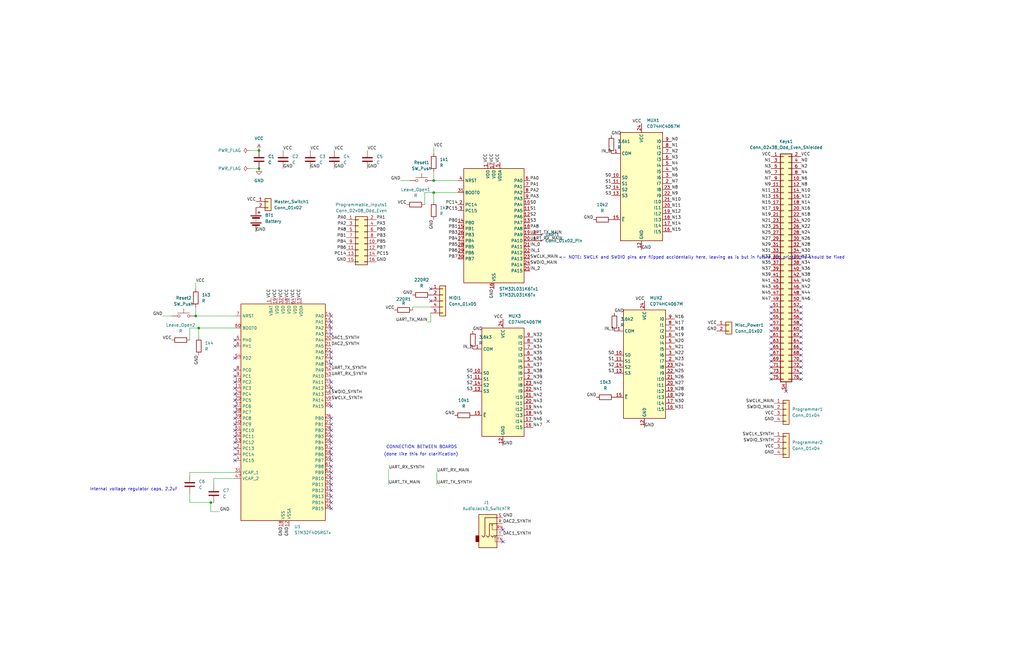
<source format=kicad_sch>
(kicad_sch (version 20231120) (generator "eeschema") (generator_version "8.0")
  (paper "User" 431.8 279.4)
  (lib_symbols
    (symbol "74xx:CD74HC4067M"
      (property "Reference" "U" (at -8.89 22.86 0))
      (property "Value" "CD74HC4067M" (at 1.27 22.86 0))
      (symbol "CD74HC4067M_1_1"
        (pin passive line (at -12.7 12.7 0) (length 3.81) (name "COM") (number "1"))
        (pin input line (at -12.7 2.54 0) (length 3.81) (name "S0") (number "10"))
        (pin input line (at -12.7 0 0) (length 3.81) (name "S1") (number "11"))
        (pin power_in line (at 0 -27.94 90) (length 3.81) (name "GND") (number "12"))
        (pin input line (at -12.7 -5.08 0) (length 3.81) (name "S3") (number "13"))
        (pin input line (at -12.7 -2.54 0) (length 3.81) (name "S2") (number "14"))
        (pin input line (at -12.7 -15.24 0) (length 3.81) (name "~{E}") (number "15"))
        (pin passive line (at 12.7 -20.32 180) (length 3.81) (name "I15") (number "16"))
        (pin passive line (at 12.7 -17.78 180) (length 3.81) (name "I14") (number "17"))
        (pin passive line (at 12.7 -15.24 180) (length 3.81) (name "I13") (number "18"))
        (pin passive line (at 12.7 -12.7 180) (length 3.81) (name "I12") (number "19"))
        (pin passive line (at 12.7 0 180) (length 3.81) (name "I7") (number "2"))
        (pin passive line (at 12.7 -10.16 180) (length 3.81) (name "I11") (number "20"))
        (pin passive line (at 12.7 -7.62 180) (length 3.81) (name "I10") (number "21"))
        (pin passive line (at 12.7 -5.08 180) (length 3.81) (name "I9") (number "22"))
        (pin passive line (at 12.7 -2.54 180) (length 3.81) (name "I8") (number "23"))
        (pin power_in line (at 0 25.4 270) (length 3.81) (name "VCC") (number "24"))
        (pin passive line (at 12.7 2.54 180) (length 3.81) (name "I6") (number "3"))
        (pin passive line (at 12.7 5.08 180) (length 3.81) (name "I5") (number "4"))
        (pin passive line (at 12.7 7.62 180) (length 3.81) (name "I4") (number "5"))
        (pin passive line (at 12.7 10.16 180) (length 3.81) (name "I3") (number "6"))
        (pin passive line (at 12.7 12.7 180) (length 3.81) (name "I2") (number "7"))
        (pin passive line (at 12.7 15.24 180) (length 3.81) (name "I1") (number "8"))
        (pin passive line (at 12.7 17.78 180) (length 3.81) (name "I0") (number "9"))
      )
    )
    (symbol "Connector:Conn_01x02_Pin" (pin_names (offset 1.016) hide)
      (property "Reference" "J" (at 0 2.54 0))
      (property "Value" "Conn_01x02_Pin" (at 0 -5.08 0))
      (symbol "Conn_01x02_Pin_1_1"
        (pin passive line (at 5.08 0 180) (length 3.81) (name "Pin_1") (number "1"))
        (pin passive line (at 5.08 -2.54 180) (length 3.81) (name "Pin_2") (number "2"))
      )
    )
    (symbol "Connector_Audio:AudioJack3_SwitchTR"
      (property "Reference" "J" (at 0 8.89 0))
      (property "Value" "AudioJack3_SwitchTR" (at 0 6.35 0))
      (symbol "AudioJack3_SwitchTR_1_1"
        (pin passive line (at 5.08 0 180) (length 2.54) (name "~") (number "R"))
        (pin passive line (at 5.08 -2.54 180) (length 2.54) (name "~") (number "RN"))
        (pin passive line (at 5.08 2.54 180) (length 2.54) (name "~") (number "S"))
        (pin passive line (at 5.08 -5.08 180) (length 2.54) (name "~") (number "T"))
        (pin passive line (at 5.08 -7.62 180) (length 2.54) (name "~") (number "TN"))
      )
    )
    (symbol "Connector_Generic:Conn_01x02" (pin_names (offset 1.016) hide)
      (property "Reference" "J" (at 0 2.54 0))
      (property "Value" "Conn_01x02" (at 0 -5.08 0))
      (symbol "Conn_01x02_1_1"
        (pin passive line (at -5.08 0 0) (length 3.81) (name "Pin_1") (number "1"))
        (pin passive line (at -5.08 -2.54 0) (length 3.81) (name "Pin_2") (number "2"))
      )
    )
    (symbol "Connector_Generic:Conn_01x04" (pin_names (offset 1.016) hide)
      (property "Reference" "J" (at 0 5.08 0))
      (property "Value" "Conn_01x04" (at 0 -7.62 0))
      (symbol "Conn_01x04_1_1"
        (pin passive line (at -5.08 2.54 0) (length 3.81) (name "Pin_1") (number "1"))
        (pin passive line (at -5.08 0 0) (length 3.81) (name "Pin_2") (number "2"))
        (pin passive line (at -5.08 -2.54 0) (length 3.81) (name "Pin_3") (number "3"))
        (pin passive line (at -5.08 -5.08 0) (length 3.81) (name "Pin_4") (number "4"))
      )
    )
    (symbol "Connector_Generic:Conn_01x05" (pin_names (offset 1.016) hide)
      (property "Reference" "J" (at 0 7.62 0))
      (property "Value" "Conn_01x05" (at 0 -7.62 0))
      (symbol "Conn_01x05_1_1"
        (pin passive line (at -5.08 5.08 0) (length 3.81) (name "Pin_1") (number "1"))
        (pin passive line (at -5.08 2.54 0) (length 3.81) (name "Pin_2") (number "2"))
        (pin passive line (at -5.08 0 0) (length 3.81) (name "Pin_3") (number "3"))
        (pin passive line (at -5.08 -2.54 0) (length 3.81) (name "Pin_4") (number "4"))
        (pin passive line (at -5.08 -5.08 0) (length 3.81) (name "Pin_5") (number "5"))
      )
    )
    (symbol "Connector_Generic:Conn_02x08_Odd_Even" (pin_names (offset 1.016) hide)
      (property "Reference" "J" (at 1.27 10.16 0))
      (property "Value" "Conn_02x08_Odd_Even" (at 1.27 -12.7 0))
      (symbol "Conn_02x08_Odd_Even_1_1"
        (pin passive line (at -5.08 7.62 0) (length 3.81) (name "Pin_1") (number "1"))
        (pin passive line (at 7.62 -2.54 180) (length 3.81) (name "Pin_10") (number "10"))
        (pin passive line (at -5.08 -5.08 0) (length 3.81) (name "Pin_11") (number "11"))
        (pin passive line (at 7.62 -5.08 180) (length 3.81) (name "Pin_12") (number "12"))
        (pin passive line (at -5.08 -7.62 0) (length 3.81) (name "Pin_13") (number "13"))
        (pin passive line (at 7.62 -7.62 180) (length 3.81) (name "Pin_14") (number "14"))
        (pin passive line (at -5.08 -10.16 0) (length 3.81) (name "Pin_15") (number "15"))
        (pin passive line (at 7.62 -10.16 180) (length 3.81) (name "Pin_16") (number "16"))
        (pin passive line (at 7.62 7.62 180) (length 3.81) (name "Pin_2") (number "2"))
        (pin passive line (at -5.08 5.08 0) (length 3.81) (name "Pin_3") (number "3"))
        (pin passive line (at 7.62 5.08 180) (length 3.81) (name "Pin_4") (number "4"))
        (pin passive line (at -5.08 2.54 0) (length 3.81) (name "Pin_5") (number "5"))
        (pin passive line (at 7.62 2.54 180) (length 3.81) (name "Pin_6") (number "6"))
        (pin passive line (at -5.08 0 0) (length 3.81) (name "Pin_7") (number "7"))
        (pin passive line (at 7.62 0 180) (length 3.81) (name "Pin_8") (number "8"))
        (pin passive line (at -5.08 -2.54 0) (length 3.81) (name "Pin_9") (number "9"))
      )
    )
    (symbol "Connector_Generic_Shielded:Conn_02x38_Odd_Even_Shielded" (pin_names (offset 1.016) hide)
      (property "Reference" "J" (at 1.524 48.006 0))
      (property "Value" "Conn_02x38_Odd_Even_Shielded" (at 2.286 -50.546 0))
      (symbol "Conn_02x38_Odd_Even_Shielded_1_1"
        (pin passive line (at -5.08 45.72 0) (length 4.064) (name "Pin_1") (number "1"))
        (pin passive line (at 7.62 35.56 180) (length 4.064) (name "Pin_10") (number "10"))
        (pin passive line (at -5.08 33.02 0) (length 4.064) (name "Pin_11") (number "11"))
        (pin passive line (at 7.62 33.02 180) (length 4.064) (name "Pin_12") (number "12"))
        (pin passive line (at -5.08 30.48 0) (length 4.064) (name "Pin_13") (number "13"))
        (pin passive line (at 7.62 30.48 180) (length 4.064) (name "Pin_14") (number "14"))
        (pin passive line (at -5.08 27.94 0) (length 4.064) (name "Pin_15") (number "15"))
        (pin passive line (at 7.62 27.94 180) (length 4.064) (name "Pin_16") (number "16"))
        (pin passive line (at -5.08 25.4 0) (length 4.064) (name "Pin_17") (number "17"))
        (pin passive line (at 7.62 25.4 180) (length 4.064) (name "Pin_18") (number "18"))
        (pin passive line (at -5.08 22.86 0) (length 4.064) (name "Pin_19") (number "19"))
        (pin passive line (at 7.62 45.72 180) (length 4.064) (name "Pin_2") (number "2"))
        (pin passive line (at 7.62 22.86 180) (length 4.064) (name "Pin_20") (number "20"))
        (pin passive line (at -5.08 20.32 0) (length 4.064) (name "Pin_21") (number "21"))
        (pin passive line (at 7.62 20.32 180) (length 4.064) (name "Pin_22") (number "22"))
        (pin passive line (at -5.08 17.78 0) (length 4.064) (name "Pin_23") (number "23"))
        (pin passive line (at 7.62 17.78 180) (length 4.064) (name "Pin_24") (number "24"))
        (pin passive line (at -5.08 15.24 0) (length 4.064) (name "Pin_25") (number "25"))
        (pin passive line (at 7.62 15.24 180) (length 4.064) (name "Pin_26") (number "26"))
        (pin passive line (at -5.08 12.7 0) (length 4.064) (name "Pin_27") (number "27"))
        (pin passive line (at 7.62 12.7 180) (length 4.064) (name "Pin_28") (number "28"))
        (pin passive line (at -5.08 10.16 0) (length 4.064) (name "Pin_29") (number "29"))
        (pin passive line (at -5.08 43.18 0) (length 4.064) (name "Pin_3") (number "3"))
        (pin passive line (at 7.62 10.16 180) (length 4.064) (name "Pin_30") (number "30"))
        (pin passive line (at -5.08 7.62 0) (length 4.064) (name "Pin_31") (number "31"))
        (pin passive line (at 7.62 7.62 180) (length 4.064) (name "Pin_32") (number "32"))
        (pin passive line (at -5.08 5.08 0) (length 4.064) (name "Pin_33") (number "33"))
        (pin passive line (at 7.62 5.08 180) (length 4.064) (name "Pin_34") (number "34"))
        (pin passive line (at -5.08 2.54 0) (length 4.064) (name "Pin_35") (number "35"))
        (pin passive line (at 7.62 2.54 180) (length 4.064) (name "Pin_36") (number "36"))
        (pin passive line (at -5.08 0 0) (length 4.064) (name "Pin_37") (number "37"))
        (pin passive line (at 7.62 0 180) (length 4.064) (name "Pin_38") (number "38"))
        (pin passive line (at -5.08 -2.54 0) (length 4.064) (name "Pin_39") (number "39"))
        (pin passive line (at 7.62 43.18 180) (length 4.064) (name "Pin_4") (number "4"))
        (pin passive line (at 7.62 -2.54 180) (length 4.064) (name "Pin_40") (number "40"))
        (pin passive line (at -5.08 -5.08 0) (length 4.064) (name "Pin_41") (number "41"))
        (pin passive line (at 7.62 -5.08 180) (length 4.064) (name "Pin_42") (number "42"))
        (pin passive line (at -5.08 -7.62 0) (length 4.064) (name "Pin_43") (number "43"))
        (pin passive line (at 7.62 -7.62 180) (length 4.064) (name "Pin_44") (number "44"))
        (pin passive line (at -5.08 -10.16 0) (length 4.064) (name "Pin_45") (number "45"))
        (pin passive line (at 7.62 -10.16 180) (length 4.064) (name "Pin_46") (number "46"))
        (pin passive line (at -5.08 -12.7 0) (length 4.064) (name "Pin_47") (number "47"))
        (pin passive line (at 7.62 -12.7 180) (length 4.064) (name "Pin_48") (number "48"))
        (pin passive line (at -5.08 -15.24 0) (length 4.064) (name "Pin_49") (number "49"))
        (pin passive line (at -5.08 40.64 0) (length 4.064) (name "Pin_5") (number "5"))
        (pin passive line (at 7.62 -15.24 180) (length 4.064) (name "Pin_50") (number "50"))
        (pin passive line (at -5.08 -17.78 0) (length 4.064) (name "Pin_51") (number "51"))
        (pin passive line (at 7.62 -17.78 180) (length 4.064) (name "Pin_52") (number "52"))
        (pin passive line (at -5.08 -20.32 0) (length 4.064) (name "Pin_53") (number "53"))
        (pin passive line (at 7.62 -20.32 180) (length 4.064) (name "Pin_54") (number "54"))
        (pin passive line (at -5.08 -22.86 0) (length 4.064) (name "Pin_55") (number "55"))
        (pin passive line (at 7.62 -22.86 180) (length 4.064) (name "Pin_56") (number "56"))
        (pin passive line (at -5.08 -25.4 0) (length 4.064) (name "Pin_57") (number "57"))
        (pin passive line (at 7.62 -25.4 180) (length 4.064) (name "Pin_58") (number "58"))
        (pin passive line (at -5.08 -27.94 0) (length 4.064) (name "Pin_59") (number "59"))
        (pin passive line (at 7.62 40.64 180) (length 4.064) (name "Pin_6") (number "6"))
        (pin passive line (at 7.62 -27.94 180) (length 4.064) (name "Pin_60") (number "60"))
        (pin passive line (at -5.08 -30.48 0) (length 4.064) (name "Pin_61") (number "61"))
        (pin passive line (at 7.62 -30.48 180) (length 4.064) (name "Pin_62") (number "62"))
        (pin passive line (at -5.08 -33.02 0) (length 4.064) (name "Pin_63") (number "63"))
        (pin passive line (at 7.62 -33.02 180) (length 4.064) (name "Pin_64") (number "64"))
        (pin passive line (at -5.08 -35.56 0) (length 4.064) (name "Pin_65") (number "65"))
        (pin passive line (at 7.62 -35.56 180) (length 4.064) (name "Pin_66") (number "66"))
        (pin passive line (at -5.08 -38.1 0) (length 4.064) (name "Pin_67") (number "67"))
        (pin passive line (at 7.62 -38.1 180) (length 4.064) (name "Pin_68") (number "68"))
        (pin passive line (at -5.08 -40.64 0) (length 4.064) (name "Pin_69") (number "69"))
        (pin passive line (at -5.08 38.1 0) (length 4.064) (name "Pin_7") (number "7"))
        (pin passive line (at 7.62 -40.64 180) (length 4.064) (name "Pin_70") (number "70"))
        (pin passive line (at -5.08 -43.18 0) (length 4.064) (name "Pin_71") (number "71"))
        (pin passive line (at 7.62 -43.18 180) (length 4.064) (name "Pin_72") (number "72"))
        (pin passive line (at -5.08 -45.72 0) (length 4.064) (name "Pin_73") (number "73"))
        (pin passive line (at 7.62 -45.72 180) (length 4.064) (name "Pin_74") (number "74"))
        (pin passive line (at -5.08 -48.26 0) (length 4.064) (name "Pin_75") (number "75"))
        (pin passive line (at 7.62 -48.26 180) (length 4.064) (name "Pin_76") (number "76"))
        (pin passive line (at 7.62 38.1 180) (length 4.064) (name "Pin_8") (number "8"))
        (pin passive line (at -5.08 35.56 0) (length 4.064) (name "Pin_9") (number "9"))
        (pin passive line (at 1.27 -53.34 90) (length 3.81) (name "Shield") (number "SH"))
      )
    )
    (symbol "Device:Battery" (pin_numbers hide) (pin_names (offset 0) hide)
      (property "Reference" "BT" (at 2.54 2.54 0))
      (property "Value" "Battery" (at 2.54 0 0))
      (symbol "Battery_1_1"
        (pin passive line (at 0 5.08 270) (length 2.54) (name "+") (number "1"))
        (pin passive line (at 0 -5.08 90) (length 2.54) (name "-") (number "2"))
      )
    )
    (symbol "Device:C" (pin_numbers hide) (pin_names (offset 0.254))
      (property "Reference" "C" (at 0.635 2.54 0))
      (property "Value" "C" (at 0.635 -2.54 0))
      (symbol "C_1_1"
        (pin passive line (at 0 3.81 270) (length 2.794) (name "~") (number "1"))
        (pin passive line (at 0 -3.81 90) (length 2.794) (name "~") (number "2"))
      )
    )
    (symbol "Device:R" (pin_numbers hide) (pin_names (offset 0))
      (property "Reference" "R" (at 2.032 0 90))
      (property "Value" "R" (at 0 0 90))
      (symbol "R_1_1"
        (pin passive line (at 0 3.81 270) (length 1.27) (name "~") (number "1"))
        (pin passive line (at 0 -3.81 90) (length 1.27) (name "~") (number "2"))
      )
    )
    (symbol "MCU_ST_STM32F4:STM32F405RGTx"
      (property "Reference" "U" (at -17.78 46.99 0))
      (property "Value" "STM32F405RGTx" (at 10.16 46.99 0))
      (symbol "STM32F405RGTx_1_1"
        (pin power_in line (at -5.08 48.26 270) (length 2.54) (name "VBAT") (number "1"))
        (pin bidirectional line (at -20.32 12.7 0) (length 2.54) (name "PC2") (number "10"))
        (pin bidirectional line (at -20.32 10.16 0) (length 2.54) (name "PC3") (number "11"))
        (pin power_in line (at 2.54 -48.26 90) (length 2.54) (name "VSSA") (number "12"))
        (pin power_in line (at 7.62 48.26 270) (length 2.54) (name "VDDA") (number "13"))
        (pin bidirectional line (at 20.32 40.64 180) (length 2.54) (name "PA0") (number "14"))
        (pin bidirectional line (at 20.32 38.1 180) (length 2.54) (name "PA1") (number "15"))
        (pin bidirectional line (at 20.32 35.56 180) (length 2.54) (name "PA2") (number "16"))
        (pin bidirectional line (at 20.32 33.02 180) (length 2.54) (name "PA3") (number "17"))
        (pin power_in line (at 0 -48.26 90) (length 2.54) (name "VSS") (number "18"))
        (pin power_in line (at -2.54 48.26 270) (length 2.54) (name "VDD") (number "19"))
        (pin bidirectional line (at -20.32 -15.24 0) (length 2.54) (name "PC13") (number "2"))
        (pin bidirectional line (at 20.32 30.48 180) (length 2.54) (name "PA4") (number "20"))
        (pin bidirectional line (at 20.32 27.94 180) (length 2.54) (name "PA5") (number "21"))
        (pin bidirectional line (at 20.32 25.4 180) (length 2.54) (name "PA6") (number "22"))
        (pin bidirectional line (at 20.32 22.86 180) (length 2.54) (name "PA7") (number "23"))
        (pin bidirectional line (at -20.32 7.62 0) (length 2.54) (name "PC4") (number "24"))
        (pin bidirectional line (at -20.32 5.08 0) (length 2.54) (name "PC5") (number "25"))
        (pin bidirectional line (at 20.32 -2.54 180) (length 2.54) (name "PB0") (number "26"))
        (pin bidirectional line (at 20.32 -5.08 180) (length 2.54) (name "PB1") (number "27"))
        (pin bidirectional line (at 20.32 -7.62 180) (length 2.54) (name "PB2") (number "28"))
        (pin bidirectional line (at 20.32 -27.94 180) (length 2.54) (name "PB10") (number "29"))
        (pin bidirectional line (at -20.32 -17.78 0) (length 2.54) (name "PC14") (number "3"))
        (pin bidirectional line (at 20.32 -30.48 180) (length 2.54) (name "PB11") (number "30"))
        (pin power_out line (at -20.32 -25.4 0) (length 2.54) (name "VCAP_1") (number "31"))
        (pin power_in line (at 0 48.26 270) (length 2.54) (name "VDD") (number "32"))
        (pin bidirectional line (at 20.32 -33.02 180) (length 2.54) (name "PB12") (number "33"))
        (pin bidirectional line (at 20.32 -35.56 180) (length 2.54) (name "PB13") (number "34"))
        (pin bidirectional line (at 20.32 -38.1 180) (length 2.54) (name "PB14") (number "35"))
        (pin bidirectional line (at 20.32 -40.64 180) (length 2.54) (name "PB15") (number "36"))
        (pin bidirectional line (at -20.32 2.54 0) (length 2.54) (name "PC6") (number "37"))
        (pin bidirectional line (at -20.32 0 0) (length 2.54) (name "PC7") (number "38"))
        (pin bidirectional line (at -20.32 -2.54 0) (length 2.54) (name "PC8") (number "39"))
        (pin bidirectional line (at -20.32 -20.32 0) (length 2.54) (name "PC15") (number "4"))
        (pin bidirectional line (at -20.32 -5.08 0) (length 2.54) (name "PC9") (number "40"))
        (pin bidirectional line (at 20.32 20.32 180) (length 2.54) (name "PA8") (number "41"))
        (pin bidirectional line (at 20.32 17.78 180) (length 2.54) (name "PA9") (number "42"))
        (pin bidirectional line (at 20.32 15.24 180) (length 2.54) (name "PA10") (number "43"))
        (pin bidirectional line (at 20.32 12.7 180) (length 2.54) (name "PA11") (number "44"))
        (pin bidirectional line (at 20.32 10.16 180) (length 2.54) (name "PA12") (number "45"))
        (pin bidirectional line (at 20.32 7.62 180) (length 2.54) (name "PA13") (number "46"))
        (pin power_out line (at -20.32 -27.94 0) (length 2.54) (name "VCAP_2") (number "47"))
        (pin power_in line (at 2.54 48.26 270) (length 2.54) (name "VDD") (number "48"))
        (pin bidirectional line (at 20.32 5.08 180) (length 2.54) (name "PA14") (number "49"))
        (pin bidirectional line (at -20.32 30.48 0) (length 2.54) (name "PH0") (number "5"))
        (pin bidirectional line (at 20.32 2.54 180) (length 2.54) (name "PA15") (number "50"))
        (pin bidirectional line (at -20.32 -7.62 0) (length 2.54) (name "PC10") (number "51"))
        (pin bidirectional line (at -20.32 -10.16 0) (length 2.54) (name "PC11") (number "52"))
        (pin bidirectional line (at -20.32 -12.7 0) (length 2.54) (name "PC12") (number "53"))
        (pin bidirectional line (at -20.32 22.86 0) (length 2.54) (name "PD2") (number "54"))
        (pin bidirectional line (at 20.32 -10.16 180) (length 2.54) (name "PB3") (number "55"))
        (pin bidirectional line (at 20.32 -12.7 180) (length 2.54) (name "PB4") (number "56"))
        (pin bidirectional line (at 20.32 -15.24 180) (length 2.54) (name "PB5") (number "57"))
        (pin bidirectional line (at 20.32 -17.78 180) (length 2.54) (name "PB6") (number "58"))
        (pin bidirectional line (at 20.32 -20.32 180) (length 2.54) (name "PB7") (number "59"))
        (pin bidirectional line (at -20.32 27.94 0) (length 2.54) (name "PH1") (number "6"))
        (pin input line (at -20.32 35.56 0) (length 2.54) (name "BOOT0") (number "60"))
        (pin bidirectional line (at 20.32 -22.86 180) (length 2.54) (name "PB8") (number "61"))
        (pin bidirectional line (at 20.32 -25.4 180) (length 2.54) (name "PB9") (number "62"))
        (pin passive line (at 0 -48.26 90) (length 2.54) hide (name "VSS") (number "63"))
        (pin power_in line (at 5.08 48.26 270) (length 2.54) (name "VDD") (number "64"))
        (pin input line (at -20.32 40.64 0) (length 2.54) (name "NRST") (number "7"))
        (pin bidirectional line (at -20.32 17.78 0) (length 2.54) (name "PC0") (number "8"))
        (pin bidirectional line (at -20.32 15.24 0) (length 2.54) (name "PC1") (number "9"))
      )
    )
    (symbol "MCU_ST_STM32L0:STM32L031K6Tx"
      (property "Reference" "U" (at -12.7 26.67 0))
      (property "Value" "STM32L031K6Tx" (at 5.08 26.67 0))
      (symbol "STM32L031K6Tx_1_1"
        (pin power_in line (at -2.54 27.94 270) (length 2.54) (name "VDD") (number "1"))
        (pin bidirectional line (at 15.24 10.16 180) (length 2.54) (name "PA4") (number "10"))
        (pin bidirectional line (at 15.24 7.62 180) (length 2.54) (name "PA5") (number "11"))
        (pin bidirectional line (at 15.24 5.08 180) (length 2.54) (name "PA6") (number "12"))
        (pin bidirectional line (at 15.24 2.54 180) (length 2.54) (name "PA7") (number "13"))
        (pin bidirectional line (at -15.24 2.54 0) (length 2.54) (name "PB0") (number "14"))
        (pin bidirectional line (at -15.24 0 0) (length 2.54) (name "PB1") (number "15"))
        (pin power_in line (at 0 -25.4 90) (length 2.54) (name "VSS") (number "16"))
        (pin power_in line (at 0 27.94 270) (length 2.54) (name "VDD") (number "17"))
        (pin bidirectional line (at 15.24 0 180) (length 2.54) (name "PA8") (number "18"))
        (pin bidirectional line (at 15.24 -2.54 180) (length 2.54) (name "PA9") (number "19"))
        (pin bidirectional line (at -15.24 10.16 0) (length 2.54) (name "PC14") (number "2"))
        (pin bidirectional line (at 15.24 -5.08 180) (length 2.54) (name "PA10") (number "20"))
        (pin bidirectional line (at 15.24 -7.62 180) (length 2.54) (name "PA11") (number "21"))
        (pin bidirectional line (at 15.24 -10.16 180) (length 2.54) (name "PA12") (number "22"))
        (pin bidirectional line (at 15.24 -12.7 180) (length 2.54) (name "PA13") (number "23"))
        (pin bidirectional line (at 15.24 -15.24 180) (length 2.54) (name "PA14") (number "24"))
        (pin bidirectional line (at 15.24 -17.78 180) (length 2.54) (name "PA15") (number "25"))
        (pin bidirectional line (at -15.24 -2.54 0) (length 2.54) (name "PB3") (number "26"))
        (pin bidirectional line (at -15.24 -5.08 0) (length 2.54) (name "PB4") (number "27"))
        (pin bidirectional line (at -15.24 -7.62 0) (length 2.54) (name "PB5") (number "28"))
        (pin bidirectional line (at -15.24 -10.16 0) (length 2.54) (name "PB6") (number "29"))
        (pin bidirectional line (at -15.24 7.62 0) (length 2.54) (name "PC15") (number "3"))
        (pin bidirectional line (at -15.24 -12.7 0) (length 2.54) (name "PB7") (number "30"))
        (pin input line (at -15.24 15.24 0) (length 2.54) (name "BOOT0") (number "31"))
        (pin passive line (at 0 -25.4 90) (length 2.54) hide (name "VSS") (number "32"))
        (pin input line (at -15.24 20.32 0) (length 2.54) (name "NRST") (number "4"))
        (pin power_in line (at 2.54 27.94 270) (length 2.54) (name "VDDA") (number "5"))
        (pin bidirectional line (at 15.24 20.32 180) (length 2.54) (name "PA0") (number "6"))
        (pin bidirectional line (at 15.24 17.78 180) (length 2.54) (name "PA1") (number "7"))
        (pin bidirectional line (at 15.24 15.24 180) (length 2.54) (name "PA2") (number "8"))
        (pin bidirectional line (at 15.24 12.7 180) (length 2.54) (name "PA3") (number "9"))
      )
    )
    (symbol "Switch:SW_Push" (pin_numbers hide) (pin_names (offset 1.016) hide)
      (property "Reference" "SW" (at 1.27 2.54 0))
      (property "Value" "SW_Push" (at 0 -1.524 0))
      (symbol "SW_Push_0_1"
        (pin passive line (at -5.08 0 0) (length 2.54) (name "1") (number "1"))
        (pin passive line (at 5.08 0 180) (length 2.54) (name "2") (number "2"))
      )
    )
    (symbol "power:+3.3V" (power) (pin_numbers hide) (pin_names (offset 0) hide)
      (property "Value" "+3.3V" (at 0 3.556 0))
      (symbol "+3.3V_1_1"
        (pin power_in line (at 0 0 90) (length 0) (name "~") (number "1"))
      )
    )
    (symbol "power:GND" (power) (pin_numbers hide) (pin_names (offset 0) hide)
      (property "Value" "GND" (at 0 -3.81 0))
      (symbol "GND_1_1"
        (pin power_in line (at 0 0 270) (length 0) (name "~") (number "1"))
      )
    )
    (symbol "power:PWR_FLAG" (power) (pin_numbers hide) (pin_names (offset 0) hide)
      (property "Value" "PWR_FLAG" (at 0 3.81 0))
      (symbol "PWR_FLAG_0_0"
        (pin power_out line (at 0 0 90) (length 0) (name "~") (number "1"))
      )
    )
  )
  (junction (at 109.22 63.5))
  (junction (at 88.9 212.09))
  (junction (at 182.88 81.28))
  (junction (at 182.88 76.2))
  (junction (at 109.22 71.12))
  (junction (at 83.82 138.43))
  (junction (at 82.55 133.35))
  (no_connect (at 139.7 191.77))
  (no_connect (at 181.61 121.92))
  (no_connect (at 337.82 152.4))
  (no_connect (at 331.47 165.1))
  (no_connect (at 139.7 153.67))
  (no_connect (at 99.06 181.61))
  (no_connect (at 139.7 199.39))
  (no_connect (at 99.06 171.45))
  (no_connect (at 325.12 142.24))
  (no_connect (at 139.7 161.29))
  (no_connect (at 139.7 148.59))
  (no_connect (at 337.82 142.24))
  (no_connect (at 139.7 138.43))
  (no_connect (at 139.7 184.15))
  (no_connect (at 325.12 154.94))
  (no_connect (at 337.82 139.7))
  (no_connect (at 99.06 166.37))
  (no_connect (at 139.7 186.69))
  (no_connect (at 99.06 176.53))
  (no_connect (at 139.7 201.93))
  (no_connect (at 337.82 154.94))
  (no_connect (at 99.06 173.99))
  (no_connect (at 325.12 144.78))
  (no_connect (at 139.7 209.55))
  (no_connect (at 139.7 196.85))
  (no_connect (at 337.82 147.32))
  (no_connect (at 337.82 134.62))
  (no_connect (at 99.06 143.51))
  (no_connect (at 337.82 149.86))
  (no_connect (at 337.82 132.08))
  (no_connect (at 325.12 157.48))
  (no_connect (at 139.7 179.07))
  (no_connect (at 212.09 223.52))
  (no_connect (at 99.06 186.69))
  (no_connect (at 139.7 133.35))
  (no_connect (at 139.7 151.13))
  (no_connect (at 99.06 189.23))
  (no_connect (at 99.06 168.91))
  (no_connect (at 325.12 134.62))
  (no_connect (at 99.06 158.75))
  (no_connect (at 99.06 194.31))
  (no_connect (at 325.12 147.32))
  (no_connect (at 337.82 160.02))
  (no_connect (at 99.06 191.77))
  (no_connect (at 139.7 140.97))
  (no_connect (at 139.7 194.31))
  (no_connect (at 139.7 163.83))
  (no_connect (at 231.14 177.8))
  (no_connect (at 325.12 149.86))
  (no_connect (at 325.12 152.4))
  (no_connect (at 325.12 139.7))
  (no_connect (at 99.06 179.07))
  (no_connect (at 99.06 163.83))
  (no_connect (at 337.82 144.78))
  (no_connect (at 325.12 160.02))
  (no_connect (at 139.7 181.61))
  (no_connect (at 325.12 137.16))
  (no_connect (at 139.7 204.47))
  (no_connect (at 139.7 212.09))
  (no_connect (at 181.61 127))
  (no_connect (at 139.7 189.23))
  (no_connect (at 139.7 171.45))
  (no_connect (at 139.7 214.63))
  (no_connect (at 337.82 157.48))
  (no_connect (at 139.7 207.01))
  (no_connect (at 337.82 137.16))
  (no_connect (at 139.7 135.89))
  (no_connect (at 139.7 176.53))
  (no_connect (at 99.06 156.21))
  (no_connect (at 212.09 228.6))
  (no_connect (at 325.12 132.08))
  (no_connect (at 99.06 146.05))
  (no_connect (at 99.06 161.29))
  (no_connect (at 99.06 184.15))
  (no_connect (at 325.12 129.54))
  (no_connect (at 337.82 129.54))
  (no_connect (at 99.06 151.13))
  (wire (pts (xy 173.99 129.54) (xy 181.61 129.54)))
  (wire (pts (xy 105.41 63.5) (xy 109.22 63.5)))
  (wire (pts (xy 182.88 72.39) (xy 182.88 76.2)))
  (wire (pts (xy 182.88 62.23) (xy 182.88 64.77)))
  (wire (pts (xy 80.01 138.43) (xy 80.01 143.51)))
  (wire (pts (xy 182.88 81.28) (xy 182.88 85.09)))
  (wire (pts (xy 80.01 212.09) (xy 88.9 212.09)))
  (wire (pts (xy 82.55 133.35) (xy 99.06 133.35)))
  (wire (pts (xy 88.9 215.9) (xy 88.9 212.09)))
  (wire (pts (xy 80.01 200.66) (xy 80.01 199.39)))
  (wire (pts (xy 99.06 201.93) (xy 90.17 201.93)))
  (wire (pts (xy 193.04 81.28) (xy 182.88 81.28)))
  (wire (pts (xy 80.01 208.28) (xy 80.01 212.09)))
  (wire (pts (xy 179.07 81.28) (xy 182.88 81.28)))
  (wire (pts (xy 173.99 130.81) (xy 173.99 129.54)))
  (wire (pts (xy 105.41 71.12) (xy 109.22 71.12)))
  (wire (pts (xy 82.55 119.38) (xy 82.55 121.92)))
  (wire (pts (xy 90.17 201.93) (xy 90.17 204.47)))
  (wire (pts (xy 80.01 199.39) (xy 99.06 199.39)))
  (wire (pts (xy 184.15 199.39) (xy 184.15 204.47)))
  (wire (pts (xy 82.55 129.54) (xy 82.55 133.35)))
  (wire (pts (xy 68.58 133.35) (xy 72.39 133.35)))
  (wire (pts (xy 193.04 76.2) (xy 182.88 76.2)))
  (wire (pts (xy 88.9 212.09) (xy 90.17 212.09)))
  (wire (pts (xy 163.83 198.12) (xy 163.83 204.47)))
  (wire (pts (xy 168.91 76.2) (xy 172.72 76.2)))
  (wire (pts (xy 92.71 215.9) (xy 88.9 215.9)))
  (wire (pts (xy 80.01 138.43) (xy 83.82 138.43)))
  (wire (pts (xy 179.07 81.28) (xy 179.07 86.36)))
  (wire (pts (xy 181.61 135.89) (xy 181.61 132.08)))
  (wire (pts (xy 83.82 138.43) (xy 83.82 142.24)))
  (wire (pts (xy 83.82 138.43) (xy 99.06 138.43)))
  (wire (pts (xy 180.34 135.89) (xy 181.61 135.89)))
  (text "<- NOTE: SWCLK and SWDIO pins are flipped accidentally here, leaving as is but in future pcb prints this should be fixed" (at 295.91 108.712 0) (effects (font (size 1.27 1.27))))
  (text "(done like this for clarification)" (at 177.546 191.77 0) (effects (font (size 1.27 1.27))))
  (text "CONNECTION BETWEEN BOARDS" (at 177.8 188.722 0) (effects (font (size 1.27 1.27))))
  (text "Internal voltage regulator caps, 2.2uF" (at 56.388 206.502 0) (effects (font (size 1.27 1.27))))
  (label "VCC" (at 119.38 125.73 90))
  (label "N4" (at 337.82 73.66 0))
  (label "GND" (at 270.51 105.41 0))
  (label "N32" (at 337.82 109.22 0))
  (label "N9" (at 325.12 78.74 180))
  (label "PB1" (at 193.04 96.52 180))
  (label "VCC" (at 182.88 62.23 0))
  (label "N38" (at 224.79 157.48 0))
  (label "N10" (at 283.21 85.09 0))
  (label "N28" (at 284.48 165.1 0))
  (label "N31" (at 325.12 106.68 180))
  (label "DAC2_SYNTH" (at 212.09 220.98 0))
  (label "IN_0" (at 257.81 64.77 180))
  (label "UART_TX_MAIN" (at 223.52 99.06 0))
  (label "N28" (at 337.82 104.14 0))
  (label "PB3" (at 193.04 99.06 180))
  (label "VCC" (at 325.12 66.04 180))
  (label "N34" (at 224.79 147.32 0))
  (label "GND" (at 121.92 222.25 270))
  (label "S1" (at 259.08 152.4 180))
  (label "PB5" (at 158.75 102.87 0))
  (label "VCC" (at 72.39 143.51 180))
  (label "N31" (at 284.48 172.72 0))
  (label "S2" (at 199.39 162.56 180))
  (label "S1" (at 257.81 77.47 180))
  (label "VCC" (at 171.45 86.36 180))
  (label "PB4" (at 146.05 102.87 180))
  (label "SWDIO_SYNTH" (at 326.39 186.69 180))
  (label "PB1" (at 146.05 100.33 180))
  (label "VCC" (at 121.92 125.73 90))
  (label "N6" (at 337.82 76.2 0))
  (label "N7" (at 325.12 76.2 180))
  (label "GND" (at 119.38 222.25 270))
  (label "SWDIO_SYNTH" (at 139.7 166.37 0))
  (label "N30" (at 337.82 106.68 0))
  (label "N20" (at 284.48 144.78 0))
  (label "VCC" (at 107.95 85.09 180))
  (label "N21" (at 325.12 93.98 180))
  (label "N16" (at 337.82 88.9 0))
  (label "N20" (at 337.82 93.98 0))
  (label "VCC" (at 208.28 68.58 90))
  (label "GND" (at 173.99 124.46 180))
  (label "VCC" (at 337.82 66.04 0))
  (label "N5" (at 283.21 72.39 0))
  (label "SWCLK_SYNTH" (at 326.39 184.15 180))
  (label "N2" (at 283.21 64.77 0))
  (label "VCC" (at 166.37 130.81 180))
  (label "S3" (at 199.39 165.1 180))
  (label "SWCLK_MAIN" (at 326.39 170.18 180))
  (label "S2" (at 259.08 154.94 180))
  (label "N14" (at 337.82 86.36 0))
  (label "VCC" (at 270.51 52.07 180))
  (label "N26" (at 284.48 160.02 0))
  (label "UART_RX_MAIN" (at 223.52 101.6 0))
  (label "PB7" (at 158.75 105.41 0))
  (label "SWDIO_MAIN" (at 326.39 172.72 180))
  (label "N40" (at 224.79 162.56 0))
  (label "GND" (at 130.81 71.12 0))
  (label "VCC" (at 82.55 119.38 0))
  (label "N2" (at 337.82 71.12 0))
  (label "N24" (at 337.82 99.06 0))
  (label "UART_TX_SYNTH" (at 139.7 156.21 0))
  (label "N47" (at 325.12 127 180))
  (label "N41" (at 325.12 119.38 180))
  (label "VCC" (at 130.81 63.5 0))
  (label "PA0" (at 146.05 92.71 180))
  (label "N44" (at 337.82 124.46 0))
  (label "VCC" (at 212.09 134.62 180))
  (label "N25" (at 284.48 157.48 0))
  (label "N8" (at 337.82 78.74 0))
  (label "S0" (at 223.52 86.36 0))
  (label "N44" (at 224.79 172.72 0))
  (label "S3" (at 257.81 82.55 180))
  (label "N15" (at 325.12 86.36 180))
  (label "N32" (at 224.79 142.24 0))
  (label "GND" (at 158.75 110.49 0))
  (label "S0" (at 259.08 149.86 180))
  (label "GND" (at 199.39 139.7 0))
  (label "UART_TX_MAIN" (at 180.34 135.89 180))
  (label "GND" (at 326.39 177.8 180))
  (label "N40" (at 337.82 119.38 0))
  (label "PC14" (at 193.04 86.36 180))
  (label "PB3" (at 158.75 100.33 0))
  (label "N7" (at 283.21 77.47 0))
  (label "N13" (at 283.21 92.71 0))
  (label "PB0" (at 193.04 93.98 180))
  (label "N30" (at 284.48 170.18 0))
  (label "N4" (at 283.21 69.85 0))
  (label "GND" (at 302.26 139.7 180))
  (label "N37" (at 224.79 154.94 0))
  (label "UART_TX_MAIN" (at 163.83 204.47 0))
  (label "N17" (at 284.48 137.16 0))
  (label "N3" (at 325.12 71.12 180))
  (label "N46" (at 337.82 127 0))
  (label "DAC2_SYNTH" (at 139.7 146.05 0))
  (label "N33" (at 224.79 144.78 0))
  (label "N10" (at 337.82 81.28 0))
  (label "GND" (at 119.38 71.12 0))
  (label "N45" (at 325.12 124.46 180))
  (label "GND" (at 251.46 167.64 180))
  (label "N35" (at 224.79 149.86 0))
  (label "IN_1" (at 223.52 106.68 0))
  (label "PB7" (at 193.04 109.22 180))
  (label "S2" (at 223.52 91.44 0))
  (label "PB0" (at 158.75 97.79 0))
  (label "IN_0" (at 223.52 104.14 0))
  (label "PA8" (at 223.52 96.52 0))
  (label "N8" (at 283.21 80.01 0))
  (label "PB4" (at 193.04 101.6 180))
  (label "PA3" (at 223.52 83.82 0))
  (label "UART_RX_MAIN" (at 184.15 199.39 0))
  (label "PA2" (at 223.52 81.28 0))
  (label "GND" (at 140.97 71.12 0))
  (label "GND" (at 92.71 215.9 0))
  (label "UART_TX_SYNTH" (at 184.15 204.47 0))
  (label "GND" (at 212.09 187.96 0))
  (label "S3" (at 259.08 157.48 180))
  (label "N11" (at 325.12 81.28 180))
  (label "VCC" (at 210.82 68.58 90))
  (label "GND" (at 154.94 71.12 0))
  (label "N29" (at 325.12 104.14 180))
  (label "N19" (at 325.12 91.44 180))
  (label "PC14" (at 146.05 107.95 180))
  (label "N34" (at 337.82 111.76 0))
  (label "S0" (at 257.81 74.93 180))
  (label "N27" (at 284.48 162.56 0))
  (label "N13" (at 325.12 83.82 180))
  (label "GND" (at 191.77 175.26 180))
  (label "GND" (at 107.95 97.79 0))
  (label "N0" (at 337.82 68.58 0))
  (label "SWCLK_SYNTH" (at 139.7 168.91 0))
  (label "GND" (at 208.28 121.92 270))
  (label "PA2" (at 146.05 95.25 180))
  (label "VCC" (at 271.78 127 180))
  (label "N37" (at 325.12 114.3 180))
  (label "PA0" (at 223.52 76.2 0))
  (label "GND" (at 257.81 57.15 0))
  (label "N1" (at 283.21 62.23 0))
  (label "N39" (at 325.12 116.84 180))
  (label "VCC" (at 326.39 175.26 180))
  (label "PA1" (at 223.52 78.74 0))
  (label "N41" (at 224.79 165.1 0))
  (label "S0" (at 199.39 157.48 180))
  (label "N3" (at 283.21 67.31 0))
  (label "S1" (at 199.39 160.02 180))
  (label "N15" (at 283.21 97.79 0))
  (label "VCC" (at 326.39 189.23 180))
  (label "N19" (at 284.48 142.24 0))
  (label "N27" (at 325.12 101.6 180))
  (label "VCC" (at 302.26 137.16 180))
  (label "VCC" (at 205.74 68.58 90))
  (label "SWCLK_MAIN" (at 223.52 109.22 0))
  (label "IN_2" (at 223.52 114.3 0))
  (label "N21" (at 284.48 147.32 0))
  (label "PB5" (at 193.04 104.14 180))
  (label "PA8" (at 146.05 97.79 180))
  (label "PA1" (at 158.75 92.71 0))
  (label "N9" (at 283.21 82.55 0))
  (label "N38" (at 337.82 116.84 0))
  (label "N42" (at 337.82 121.92 0))
  (label "PB6" (at 146.05 105.41 180))
  (label "N33" (at 325.12 109.22 180))
  (label "PB6" (at 193.04 106.68 180))
  (label "GND" (at 326.39 191.77 180))
  (label "N6" (at 283.21 74.93 0))
  (label "PC15" (at 158.75 107.95 0))
  (label "N36" (at 337.82 114.3 0))
  (label "N12" (at 337.82 83.82 0))
  (label "N22" (at 284.48 149.86 0))
  (label "SWDIO_MAIN" (at 223.52 111.76 0))
  (label "UART_RX_SYNTH" (at 163.83 198.12 0))
  (label "N12" (at 283.21 90.17 0))
  (label "VCC" (at 154.94 63.5 0))
  (label "UART_RX_SYNTH" (at 139.7 158.75 0))
  (label "N23" (at 325.12 96.52 180))
  (label "N11" (at 283.21 87.63 0))
  (label "GND" (at 68.58 133.35 180))
  (label "N18" (at 284.48 139.7 0))
  (label "VCC" (at 116.84 125.73 90))
  (label "N16" (at 284.48 134.62 0))
  (label "VCC" (at 124.46 125.73 90))
  (label "PA3" (at 158.75 95.25 0))
  (label "N35" (at 325.12 111.76 180))
  (label "N26" (at 337.82 101.6 0))
  (label "S2" (at 257.81 80.01 180))
  (label "IN_2" (at 199.39 147.32 180))
  (label "N17" (at 325.12 88.9 180))
  (label "N18" (at 337.82 91.44 0))
  (label "GND" (at 168.91 76.2 180))
  (label "N45" (at 224.79 175.26 0))
  (label "N14" (at 283.21 95.25 0))
  (label "GND" (at 83.82 149.86 270))
  (label "VCC" (at 119.38 63.5 0))
  (label "GND" (at 182.88 92.71 270))
  (label "VCC" (at 127 125.73 90))
  (label "VCC" (at 140.97 63.5 0))
  (label "N1" (at 325.12 68.58 180))
  (label "N42" (at 224.79 167.64 0))
  (label "GND" (at 146.05 110.49 180))
  (label "N39" (at 224.79 160.02 0))
  (label "VCC" (at 114.3 125.73 90))
  (label "N36" (at 224.79 152.4 0))
  (label "N47" (at 224.79 180.34 0))
  (label "N5" (at 325.12 73.66 180))
  (label "N43" (at 224.79 170.18 0))
  (label "GND" (at 212.09 218.44 0))
  (label "GND" (at 250.19 92.71 180))
  (label "GND" (at 259.08 132.08 0))
  (label "N25" (at 325.12 99.06 180))
  (label "PC15" (at 193.04 88.9 180))
  (label "DAC1_SYNTH" (at 212.09 226.06 0))
  (label "DAC1_SYNTH" (at 139.7 143.51 0))
  (label "S3" (at 223.52 93.98 0))
  (label "N24" (at 284.48 154.94 0))
  (label "S1" (at 223.52 88.9 0))
  (label "N43" (at 325.12 121.92 180))
  (label "N22" (at 337.82 96.52 0))
  (label "N0" (at 283.21 59.69 0))
  (label "N46" (at 224.79 177.8 0))
  (label "GND" (at 271.78 180.34 0))
  (label "N29" (at 284.48 167.64 0))
  (label "N23" (at 284.48 152.4 0))
  (label "IN_1" (at 259.08 139.7 180))
  (symbol (lib_id "Device:C") (at 109.22 67.31 0) (unit 1)
    (property "Reference" "C1" (at 113.03 66.0399 0) (effects (justify left)))
    (property "Value" "C" (at 113.03 68.5799 0) (effects (justify left)))
    (property "Footprint" "Capacitor_THT:CP_Radial_D5.0mm_P2.00mm" (effects (hide yes)))
    (property "Description" "Unpolarized capacitor" (effects (hide yes)))
  )
  (symbol (lib_id "Device:Battery") (at 107.95 92.71 0) (unit 1)
    (property "Reference" "BT1" (at 111.76 90.8684 0) (effects (justify left)))
    (property "Value" "Battery" (at 111.76 93.4084 0) (effects (justify left)))
    (property "Footprint" "Battery:BatteryHolder_MPD_BC2AAPC_2xAA" (effects (hide yes)))
    (property "Description" "Multiple-cell battery" (effects (hide yes)))
  )
  (symbol (lib_id "Connector_Generic:Conn_01x02") (at 307.34 137.16 0) (unit 1)
    (property "Reference" "Misc_Power1" (at 309.88 137.1599 0) (effects (justify left)))
    (property "Value" "Conn_01x02" (at 309.88 139.6999 0) (effects (justify left)))
    (property "Footprint" "Connector_PinHeader_2.54mm:PinHeader_1x02_P2.54mm_Horizontal" (effects (hide yes)))
    (property "Description" "Generic connector, single row, 01x02, script generated (kicad-library-utils/schlib/autogen/connector/)" (effects (hide yes)))
  )
  (symbol (lib_id "74xx:CD74HC4067M") (at 270.51 77.47 0) (unit 1)
    (property "Reference" "MUX1" (at 272.7041 50.8 0) (effects (justify left)))
    (property "Value" "CD74HC4067M" (at 272.7041 53.34 0) (effects (justify left)))
    (property "Footprint" "Package_SO:SOIC-24W_7.5x15.4mm_P1.27mm" (effects (hide yes)))
    (property "Datasheet" "http://www.ti.com/lit/ds/symlink/cd74hc4067.pdf" (effects (hide yes)))
    (property "Description" "High-Speed CMOS Logic 16-Channel Analog Multiplexer/Demultiplexer, SOIC-24" (effects (hide yes)))
  )
  (symbol (lib_id "Connector_Generic:Conn_02x08_Odd_Even") (at 151.13 100.33 0) (unit 1)
    (property "Reference" "Programmable_Inputs1" (at 152.4 86.36 0))
    (property "Value" "Conn_02x08_Odd_Even" (at 152.4 88.9 0))
    (property "Footprint" "Connector_PinHeader_2.54mm:PinHeader_2x08_P2.54mm_Horizontal" (effects (hide yes)))
    (property "Description" "Generic connector, double row, 02x08, odd/even pin numbering scheme (row 1 odd numbers, row 2 even numbers), script generated (kicad-library-utils/schlib/autogen/connector/)" (effects (hide yes)))
  )
  (symbol (lib_id "Connector:Conn_01x02_Pin") (at 228.6 101.6 180) (unit 1)
    (property "Reference" "UART1" (at 229.87 99.0599 0) (effects (justify right)))
    (property "Value" "Conn_01x02_Pin" (at 229.87 101.5999 0) (effects (justify right)))
    (property "Footprint" "Connector_PinHeader_2.54mm:PinHeader_1x02_P2.54mm_Horizontal" (effects (hide yes)))
    (property "Description" "Generic connector, single row, 01x02, script generated" (effects (hide yes)))
  )
  (symbol (lib_id "Device:C") (at 154.94 67.31 0) (unit 1)
    (property "Reference" "C5" (at 158.75 66.0399 0) (effects (justify left)))
    (property "Value" "C" (at 158.75 68.5799 0) (effects (justify left)))
    (property "Footprint" "Capacitor_THT:CP_Radial_D5.0mm_P2.00mm" (effects (hide yes)))
    (property "Description" "Unpolarized capacitor" (effects (hide yes)))
  )
  (symbol (lib_id "Device:R") (at 83.82 146.05 0) (unit 1)
    (property "Reference" "1k4" (at 86.36 144.7799 0) (effects (justify left)))
    (property "Value" "R" (at 86.36 147.3199 0) (effects (justify left)))
    (property "Footprint" "Resistor_THT:R_Axial_DIN0204_L3.6mm_D1.6mm_P7.62mm_Horizontal" (effects (hide yes)))
    (property "Description" "Resistor" (effects (hide yes)))
  )
  (symbol (lib_id "Device:R") (at 257.81 60.96 0) (unit 1)
    (property "Reference" "3.6k1" (at 260.35 59.6899 0) (effects (justify left)))
    (property "Value" "R" (at 260.35 62.2299 0) (effects (justify left)))
    (property "Footprint" "Resistor_THT:R_Axial_DIN0204_L3.6mm_D1.6mm_P7.62mm_Horizontal" (effects (hide yes)))
    (property "Description" "Resistor" (effects (hide yes)))
  )
  (symbol (lib_id "Device:R") (at 195.58 175.26 270) (unit 1)
    (property "Reference" "10k1" (at 195.58 168.91 90))
    (property "Value" "R" (at 195.58 171.45 90))
    (property "Footprint" "Resistor_THT:R_Axial_DIN0204_L3.6mm_D1.6mm_P7.62mm_Horizontal" (effects (hide yes)))
    (property "Description" "Resistor" (effects (hide yes)))
  )
  (symbol (lib_id "Connector_Generic:Conn_01x04") (at 331.47 172.72 0) (unit 1)
    (property "Reference" "Programmer1" (at 334.01 172.7199 0) (effects (justify left)))
    (property "Value" "Conn_01x04" (at 334.01 175.2599 0) (effects (justify left)))
    (property "Footprint" "Connector_PinHeader_2.54mm:PinHeader_1x04_P2.54mm_Horizontal" (effects (hide yes)))
    (property "Description" "Generic connector, single row, 01x04, script generated (kicad-library-utils/schlib/autogen/connector/)" (effects (hide yes)))
  )
  (symbol (lib_id "Device:R") (at 175.26 86.36 270) (unit 1)
    (property "Reference" "Leave_Open1" (at 175.26 80.01 90))
    (property "Value" "R" (at 175.26 82.55 90))
    (property "Footprint" "Resistor_THT:R_Axial_DIN0204_L3.6mm_D1.6mm_P7.62mm_Horizontal" (effects (hide yes)))
    (property "Description" "Resistor" (effects (hide yes)))
  )
  (symbol (lib_id "power:PWR_FLAG") (at 105.41 63.5 90) (unit 1)
    (property "Reference" "#FLG01" (effects (hide yes)))
    (property "Value" "PWR_FLAG" (at 101.6 63.4999 90) (effects (justify left)))
    (property "Description" "Special symbol for telling ERC where power comes from" (effects (hide yes)))
  )
  (symbol (lib_id "power:PWR_FLAG") (at 105.41 71.12 90) (unit 1)
    (property "Reference" "#FLG02" (effects (hide yes)))
    (property "Value" "PWR_FLAG" (at 101.6 71.1199 90) (effects (justify left)))
    (property "Description" "Special symbol for telling ERC where power comes from" (effects (hide yes)))
  )
  (symbol (lib_id "Device:R") (at 177.8 124.46 90) (unit 1)
    (property "Reference" "220R2" (at 177.8 118.11 90))
    (property "Value" "R" (at 177.8 120.65 90))
    (property "Footprint" "Resistor_THT:R_Axial_DIN0204_L3.6mm_D1.6mm_P7.62mm_Horizontal" (effects (hide yes)))
    (property "Description" "Resistor" (effects (hide yes)))
  )
  (symbol (lib_id "Device:R") (at 182.88 68.58 0) (unit 1)
    (property "Reference" "1k1" (at 185.42 67.3099 0) (effects (justify left)))
    (property "Value" "R" (at 185.42 69.8499 0) (effects (justify left)))
    (property "Footprint" "Resistor_THT:R_Axial_DIN0204_L3.6mm_D1.6mm_P7.62mm_Horizontal" (effects (hide yes)))
    (property "Description" "Resistor" (effects (hide yes)))
  )
  (symbol (lib_id "Device:C") (at 140.97 67.31 0) (unit 1)
    (property "Reference" "C4" (at 144.78 66.0399 0) (effects (justify left)))
    (property "Value" "C" (at 144.78 68.5799 0) (effects (justify left)))
    (property "Footprint" "Capacitor_THT:CP_Radial_D5.0mm_P2.00mm" (effects (hide yes)))
    (property "Description" "Unpolarized capacitor" (effects (hide yes)))
  )
  (symbol (lib_id "power:+3.3V") (at 109.22 63.5 0) (unit 1)
    (property "Reference" "#PWR01" (effects (hide yes)))
    (property "Value" "VCC" (at 109.22 58.42 0))
    (property "Description" "Power symbol creates a global label with name \"+3.3V\"" (effects (hide yes)))
  )
  (symbol (lib_id "Device:C") (at 80.01 204.47 0) (unit 1)
    (property "Reference" "C6" (at 83.82 203.1999 0) (effects (justify left)))
    (property "Value" "C" (at 83.82 205.7399 0) (effects (justify left)))
    (property "Footprint" "Capacitor_THT:CP_Radial_D5.0mm_P2.00mm" (effects (hide yes)))
    (property "Description" "Unpolarized capacitor" (effects (hide yes)))
  )
  (symbol (lib_id "Device:R") (at 182.88 88.9 0) (unit 1)
    (property "Reference" "1k2" (at 185.42 87.6299 0) (effects (justify left)))
    (property "Value" "R" (at 185.42 90.1699 0) (effects (justify left)))
    (property "Footprint" "Resistor_THT:R_Axial_DIN0204_L3.6mm_D1.6mm_P7.62mm_Horizontal" (effects (hide yes)))
    (property "Description" "Resistor" (effects (hide yes)))
  )
  (symbol (lib_id "Device:R") (at 82.55 125.73 0) (unit 1)
    (property "Reference" "1k3" (at 85.09 124.4599 0) (effects (justify left)))
    (property "Value" "R" (at 85.09 126.9999 0) (effects (justify left)))
    (property "Footprint" "Resistor_THT:R_Axial_DIN0204_L3.6mm_D1.6mm_P7.62mm_Horizontal" (effects (hide yes)))
    (property "Description" "Resistor" (effects (hide yes)))
  )
  (symbol (lib_id "Connector_Generic:Conn_01x04") (at 331.47 186.69 0) (unit 1)
    (property "Reference" "Programmer2" (at 334.01 186.6899 0) (effects (justify left)))
    (property "Value" "Conn_01x04" (at 334.01 189.2299 0) (effects (justify left)))
    (property "Footprint" "Connector_PinHeader_2.54mm:PinHeader_1x04_P2.54mm_Horizontal" (effects (hide yes)))
    (property "Description" "Generic connector, single row, 01x04, script generated (kicad-library-utils/schlib/autogen/connector/)" (effects (hide yes)))
  )
  (symbol (lib_id "Connector_Audio:AudioJack3_SwitchTR") (at 207.01 220.98 0) (unit 1)
    (property "Reference" "J1" (at 205.105 212.09 0))
    (property "Value" "AudioJack3_SwitchTR" (at 205.105 214.63 0))
    (property "Footprint" "Connector_Audio:Jack_3.5mm_CUI_SJ1-3525N_Horizontal" (effects (hide yes)))
    (property "Description" "Audio Jack, 3 Poles (Stereo / TRS), Switched TR Poles (Normalling)" (effects (hide yes)))
  )
  (symbol (lib_id "Device:R") (at 255.27 167.64 270) (unit 1)
    (property "Reference" "10k3" (at 255.27 161.29 90))
    (property "Value" "R" (at 255.27 163.83 90))
    (property "Footprint" "Resistor_THT:R_Axial_DIN0204_L3.6mm_D1.6mm_P7.62mm_Horizontal" (effects (hide yes)))
    (property "Description" "Resistor" (effects (hide yes)))
  )
  (symbol (lib_id "Device:R") (at 199.39 143.51 0) (unit 1)
    (property "Reference" "3.6k3" (at 201.93 142.2399 0) (effects (justify left)))
    (property "Value" "R" (at 201.93 144.7799 0) (effects (justify left)))
    (property "Footprint" "Resistor_THT:R_Axial_DIN0204_L3.6mm_D1.6mm_P7.62mm_Horizontal" (effects (hide yes)))
    (property "Description" "Resistor" (effects (hide yes)))
  )
  (symbol (lib_id "Device:C") (at 119.38 67.31 0) (unit 1)
    (property "Reference" "C2" (at 123.19 66.0399 0) (effects (justify left)))
    (property "Value" "C" (at 123.19 68.5799 0) (effects (justify left)))
    (property "Footprint" "Capacitor_THT:CP_Radial_D5.0mm_P2.00mm" (effects (hide yes)))
    (property "Description" "Unpolarized capacitor" (effects (hide yes)))
  )
  (symbol (lib_id "Device:C") (at 90.17 208.28 0) (unit 1)
    (property "Reference" "C7" (at 93.98 207.0099 0) (effects (justify left)))
    (property "Value" "C" (at 93.98 209.5499 0) (effects (justify left)))
    (property "Footprint" "Capacitor_THT:CP_Radial_D5.0mm_P2.00mm" (effects (hide yes)))
    (property "Description" "Unpolarized capacitor" (effects (hide yes)))
  )
  (symbol (lib_id "Connector_Generic:Conn_01x05") (at 186.69 127 0) (unit 1)
    (property "Reference" "MIDI1" (at 189.23 125.7299 0) (effects (justify left)))
    (property "Value" "Conn_01x05" (at 189.23 128.2699 0) (effects (justify left)))
    (property "Footprint" "Connector_PinHeader_2.54mm:PinHeader_1x05_P2.54mm_Horizontal" (effects (hide yes)))
    (property "Description" "Generic connector, single row, 01x05, script generated (kicad-library-utils/schlib/autogen/connector/)" (effects (hide yes)))
  )
  (symbol (lib_id "Device:R") (at 170.18 130.81 90) (unit 1)
    (property "Reference" "220R1" (at 170.18 126.238 90))
    (property "Value" "R" (at 170.18 128.016 90))
    (property "Footprint" "Resistor_THT:R_Axial_DIN0204_L3.6mm_D1.6mm_P7.62mm_Horizontal" (effects (hide yes)))
    (property "Description" "Resistor" (effects (hide yes)))
  )
  (symbol (lib_id "power:GND") (at 109.22 71.12 0) (unit 1)
    (property "Reference" "#PWR02" (effects (hide yes)))
    (property "Value" "GND" (at 109.22 76.2 0))
    (property "Description" "Power symbol creates a global label with name \"GND\" , ground" (effects (hide yes)))
  )
  (symbol (lib_id "74xx:CD74HC4067M") (at 212.09 160.02 0) (unit 1)
    (property "Reference" "MUX3" (at 214.2841 133.35 0) (effects (justify left)))
    (property "Value" "CD74HC4067M" (at 214.2841 135.89 0) (effects (justify left)))
    (property "Footprint" "Package_SO:SOIC-24W_7.5x15.4mm_P1.27mm" (effects (hide yes)))
    (property "Datasheet" "http://www.ti.com/lit/ds/symlink/cd74hc4067.pdf" (effects (hide yes)))
    (property "Description" "High-Speed CMOS Logic 16-Channel Analog Multiplexer/Demultiplexer, SOIC-24" (effects (hide yes)))
  )
  (symbol (lib_id "74xx:CD74HC4067M") (at 271.78 152.4 0) (unit 1)
    (property "Reference" "MUX2" (at 273.9741 125.73 0) (effects (justify left)))
    (property "Value" "CD74HC4067M" (at 273.9741 128.27 0) (effects (justify left)))
    (property "Footprint" "Package_SO:SOIC-24W_7.5x15.4mm_P1.27mm" (effects (hide yes)))
    (property "Datasheet" "http://www.ti.com/lit/ds/symlink/cd74hc4067.pdf" (effects (hide yes)))
    (property "Description" "High-Speed CMOS Logic 16-Channel Analog Multiplexer/Demultiplexer, SOIC-24" (effects (hide yes)))
  )
  (symbol (lib_id "Device:R") (at 254 92.71 90) (unit 1)
    (property "Reference" "10k2" (at 254 86.36 90))
    (property "Value" "R" (at 254 88.9 90))
    (property "Footprint" "Resistor_THT:R_Axial_DIN0204_L3.6mm_D1.6mm_P7.62mm_Horizontal" (effects (hide yes)))
    (property "Description" "Resistor" (effects (hide yes)))
  )
  (symbol (lib_id "Device:C") (at 130.81 67.31 0) (unit 1)
    (property "Reference" "C3" (at 134.62 66.0399 0) (effects (justify left)))
    (property "Value" "C" (at 134.62 68.5799 0) (effects (justify left)))
    (property "Footprint" "Capacitor_THT:CP_Radial_D5.0mm_P2.00mm" (effects (hide yes)))
    (property "Description" "Unpolarized capacitor" (effects (hide yes)))
  )
  (symbol (lib_id "Switch:SW_Push") (at 77.47 133.35 0) (unit 1)
    (property "Reference" "Reset2" (at 77.47 125.73 0))
    (property "Value" "SW_Push" (at 77.47 128.27 0))
    (property "Footprint" "Button_Switch_THT:SW_PUSH_6mm_H4.3mm" (effects (hide yes)))
    (property "Description" "Push button switch, generic, two pins" (effects (hide yes)))
  )
  (symbol (lib_id "Device:R") (at 76.2 143.51 270) (unit 1)
    (property "Reference" "Leave_Open2" (at 76.2 137.16 90))
    (property "Value" "R" (at 76.2 139.7 90))
    (property "Footprint" "Resistor_THT:R_Axial_DIN0204_L3.6mm_D1.6mm_P7.62mm_Horizontal" (effects (hide yes)))
    (property "Description" "Resistor" (effects (hide yes)))
  )
  (symbol (lib_id "Switch:SW_Push") (at 177.8 76.2 0) (unit 1)
    (property "Reference" "Reset1" (at 177.8 68.58 0))
    (property "Value" "SW_Push" (at 177.8 71.12 0))
    (property "Footprint" "Button_Switch_THT:SW_PUSH_6mm_H4.3mm" (effects (hide yes)))
    (property "Description" "Push button switch, generic, two pins" (effects (hide yes)))
  )
  (symbol (lib_id "MCU_ST_STM32F4:STM32F405RGTx") (at 119.38 173.99 0) (unit 1)
    (property "Reference" "U1" (at 124.1141 222.25 0) (effects (justify left)))
    (property "Value" "STM32F405RGTx" (at 124.1141 224.79 0) (effects (justify left)))
    (property "Footprint" "Package_QFP:LQFP-64_10x10mm_P0.5mm" (effects (hide yes)))
    (property "Datasheet" "https://www.st.com/resource/en/datasheet/stm32f405rg.pdf" (effects (hide yes)))
    (property "Description" "STMicroelectronics Arm Cortex-M4 MCU, 1024KB flash, 192KB RAM, 168 MHz, 1.8-3.6V, 51 GPIO, LQFP64" (effects (hide yes)))
  )
  (symbol (lib_id "Connector_Generic:Conn_01x02") (at 113.03 85.09 0) (unit 1)
    (property "Reference" "Master_Switch1" (at 115.57 85.0899 0) (effects (justify left)))
    (property "Value" "Conn_01x02" (at 115.57 87.6299 0) (effects (justify left)))
    (property "Footprint" "Connector_PinHeader_2.54mm:PinHeader_1x02_P2.54mm_Horizontal" (effects (hide yes)))
    (property "Description" "Generic connector, single row, 01x02, script generated (kicad-library-utils/schlib/autogen/connector/)" (effects (hide yes)))
  )
  (symbol (lib_id "MCU_ST_STM32L0:STM32L031K6Tx") (at 208.28 96.52 0) (unit 1)
    (property "Reference" "STM32L031K6Tx1" (at 210.4741 121.92 0) (effects (justify left)))
    (property "Value" "STM32L031K6Tx" (at 210.4741 124.46 0) (effects (justify left)))
    (property "Footprint" "Package_QFP:LQFP-32_7x7mm_P0.8mm" (effects (hide yes)))
    (property "Datasheet" "https://www.st.com/resource/en/datasheet/stm32l031k6.pdf" (effects (hide yes)))
    (property "Description" "STMicroelectronics Arm Cortex-M0+ MCU, 32KB flash, 8KB RAM, 32 MHz, 1.65-3.6V, 25 GPIO, LQFP32" (effects (hide yes)))
  )
  (symbol (lib_id "Connector_Generic_Shielded:Conn_02x38_Odd_Even_Shielded") (at 330.2 111.76 0) (unit 1)
    (property "Reference" "Keys1" (at 331.47 59.69 0))
    (property "Value" "Conn_02x38_Odd_Even_Shielded" (at 331.47 62.23 0))
    (property "Footprint" "Connector_PinHeader_2.54mm:PinHeader_2x38_P2.54mm_Horizontal" (effects (hide yes)))
    (property "Description" "Generic shielded connector, double row, 02x38, odd/even pin numbering scheme (row 1 odd numbers, row 2 even numbers), script generated (kicad-library-utils/schlib/autogen/connector/)" (effects (hide yes)))
  )
  (symbol (lib_id "Device:R") (at 259.08 135.89 180) (unit 1)
    (property "Reference" "3.6k2" (at 261.62 134.6199 0) (effects (justify right)))
    (property "Value" "R" (at 261.62 137.1599 0) (effects (justify right)))
    (property "Footprint" "Resistor_THT:R_Axial_DIN0204_L3.6mm_D1.6mm_P7.62mm_Horizontal" (effects (hide yes)))
    (property "Description" "Resistor" (effects (hide yes)))
  )
)
</source>
